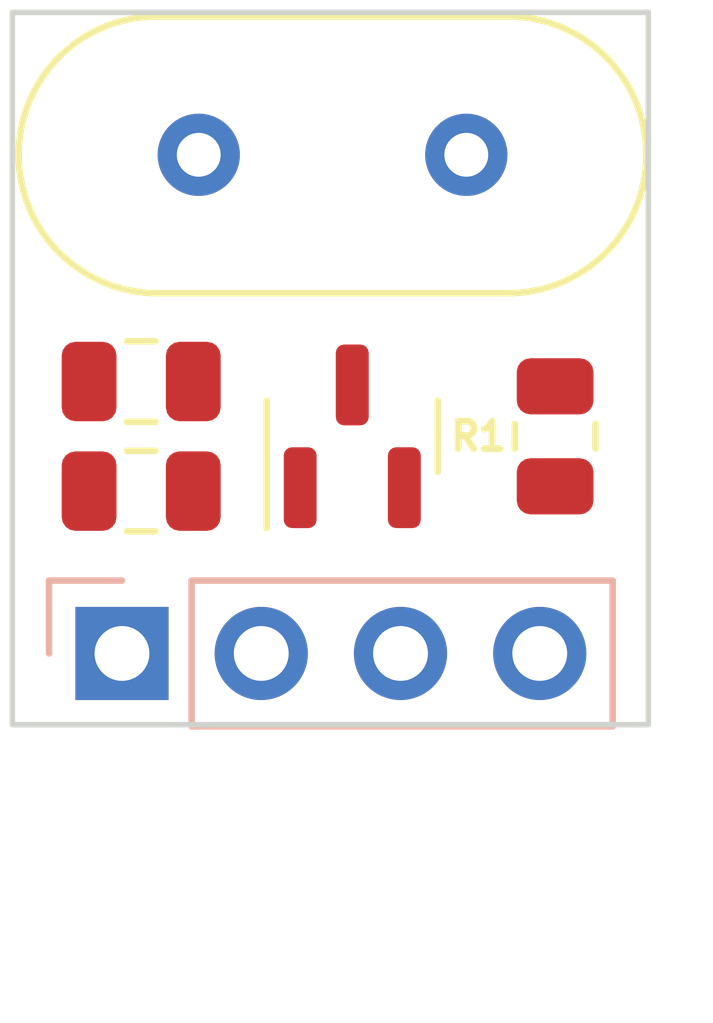
<source format=kicad_pcb>
(kicad_pcb (version 20211014) (generator pcbnew)
  (layers (0 "F.Cu" signal) (31 "B.Cu" signal) (34 "B.Paste" user) (35 "F.Paste" user) (36 "B.SilkS" user "B.Silkscreen") (37 "F.SilkS" user "F.Silkscreen") (38 "B.Mask" user) (39 "F.Mask" user) (44 "Edge.Cuts" user))
  (net 0 "")
  (footprint "Crystal:Crystal_HC49-4H_Vertical" (layer "F.Cu") (at 128.9 41)
    (fp_text reference "Y1" hide)
    (fp_text value "Crystal")
    (fp_line (start -0.76 2.525) (end 5.64 2.525) (layer "F.SilkS") (width 0.12))
    (fp_line (start -0.76 -2.525) (end 5.64 -2.525) (layer "F.SilkS") (width 0.12))
    (fp_arc (start 5.64 -2.525) (mid 8.165 0) (end 5.64 2.525) (layer "F.SilkS") (width 0.12))
    (fp_arc (start -0.76 2.525) (mid -3.285 0) (end -0.76 -2.525) (layer "F.SilkS") (width 0.12))
    (pad "1" thru_hole circle (at 0 0) (size 1.5 1.5) (drill 0.8) (layers *.Cu *.Mask))
    (pad "2" thru_hole circle (at 4.88 0) (size 1.5 1.5) (drill 0.8) (layers *.Cu *.Mask))
  )
  (footprint "Package_TO_SOT_SMD:SOT-23" (layer "F.Cu") (at 131.7 46.1375 90)
    (fp_text reference "Q1" hide)
    (fp_text value "BC847")
    (fp_line (start 0 1.56) (end 0.65 1.56) (layer "F.SilkS") (width 0.12))
    (fp_line (start 0 1.56) (end -0.65 1.56) (layer "F.SilkS") (width 0.12))
    (fp_line (start 0 -1.56) (end -1.675 -1.56) (layer "F.SilkS") (width 0.12))
    (fp_line (start 0 -1.56) (end 0.65 -1.56) (layer "F.SilkS") (width 0.12))
    (pad "1" smd roundrect (at -0.9375 -0.95 90) (size 1.475 0.6) (layers "F.Cu" "F.Paste" "F.Mask"))
    (pad "2" smd roundrect (at -0.9375 0.95 90) (size 1.475 0.6) (layers "F.Cu" "F.Paste" "F.Mask"))
    (pad "3" smd roundrect (at 0.9375 0 90) (size 1.475 0.6) (layers "F.Cu" "F.Paste" "F.Mask"))
  )
  (footprint "Capacitor_SMD:C_0805_2012Metric" (layer "F.Cu") (at 127.85 45.1375)
    (fp_text reference "C1" hide)
    (fp_text value "C")
    (fp_line (start -0.261252 -0.735) (end 0.261252 -0.735) (layer "F.SilkS") (width 0.12))
    (fp_line (start -0.261252 0.735) (end 0.261252 0.735) (layer "F.SilkS") (width 0.12))
    (pad "1" smd roundrect (at -0.95 0) (size 1 1.45) (layers "F.Cu" "F.Paste" "F.Mask"))
    (pad "2" smd roundrect (at 0.95 0) (size 1 1.45) (layers "F.Cu" "F.Paste" "F.Mask"))
  )
  (footprint "Capacitor_SMD:C_0805_2012Metric" (layer "F.Cu") (at 127.85 47.1375)
    (fp_text reference "C2" hide)
    (fp_text value "C")
    (fp_line (start -0.261252 0.735) (end 0.261252 0.735) (layer "F.SilkS") (width 0.12))
    (fp_line (start -0.261252 -0.735) (end 0.261252 -0.735) (layer "F.SilkS") (width 0.12))
    (pad "1" smd roundrect (at -0.95 0) (size 1 1.45) (layers "F.Cu" "F.Paste" "F.Mask"))
    (pad "2" smd roundrect (at 0.95 0) (size 1 1.45) (layers "F.Cu" "F.Paste" "F.Mask"))
  )
  (footprint "Resistor_SMD:R_0805_2012Metric" (layer "F.Cu") (at 135.4 46.1375 90)
    (fp_text reference "R1" (at 0 -1.4 180) (layer "F.SilkS") (effects (font (size 0.5 0.5) (thickness 0.125))))
    (fp_text value "R")
    (fp_line (start -0.227064 0.735) (end 0.227064 0.735) (layer "F.SilkS") (width 0.12))
    (fp_line (start -0.227064 -0.735) (end 0.227064 -0.735) (layer "F.SilkS") (width 0.12))
    (pad "1" smd roundrect (at -0.9125 0 90) (size 1.025 1.4) (layers "F.Cu" "F.Paste" "F.Mask") (roundrect_rratio 0.243902))
    (pad "2" smd roundrect (at 0.9125 0 90) (size 1.025 1.4) (layers "F.Cu" "F.Paste" "F.Mask") (roundrect_rratio 0.243902))
  )
  (footprint "Connector_PinHeader_2.54mm:PinHeader_1x04_P2.54mm_Vertical" (layer "B.Cu") (at 127.5 50.1 -90)
    (fp_text reference "J1" hide)
    (fp_text value "Conn_01x04_Male")
    (fp_line (start -1.33 -1.27) (end -1.33 -8.95) (layer "B.SilkS") (width 0.12))
    (fp_line (start -1.33 -8.95) (end 1.33 -8.95) (layer "B.SilkS") (width 0.12))
    (fp_line (start -1.33 1.33) (end 0 1.33) (layer "B.SilkS") (width 0.12))
    (fp_line (start 1.33 -1.27) (end 1.33 -8.95) (layer "B.SilkS") (width 0.12))
    (fp_line (start -1.33 -1.27) (end 1.33 -1.27) (layer "B.SilkS") (width 0.12))
    (fp_line (start -1.33 0) (end -1.33 1.33) (layer "B.SilkS") (width 0.12))
    (pad "1" thru_hole rect (at 0 0 270) (size 1.7 1.7) (drill 1) (layers *.Cu *.Mask))
    (pad "2" thru_hole oval (at 0 -2.54 270) (size 1.7 1.7) (drill 1) (layers *.Cu *.Mask))
    (pad "3" thru_hole oval (at 0 -5.08 270) (size 1.7 1.7) (drill 1) (layers *.Cu *.Mask))
    (pad "4" thru_hole oval (at 0 -7.62 270) (size 1.7 1.7) (drill 1) (layers *.Cu *.Mask))
  )
  (gr_rect (start 125.5 38.4) (end 137.1 51.4) (layer "Edge.Cuts") (width 0.1) (fill none))
)
</source>
